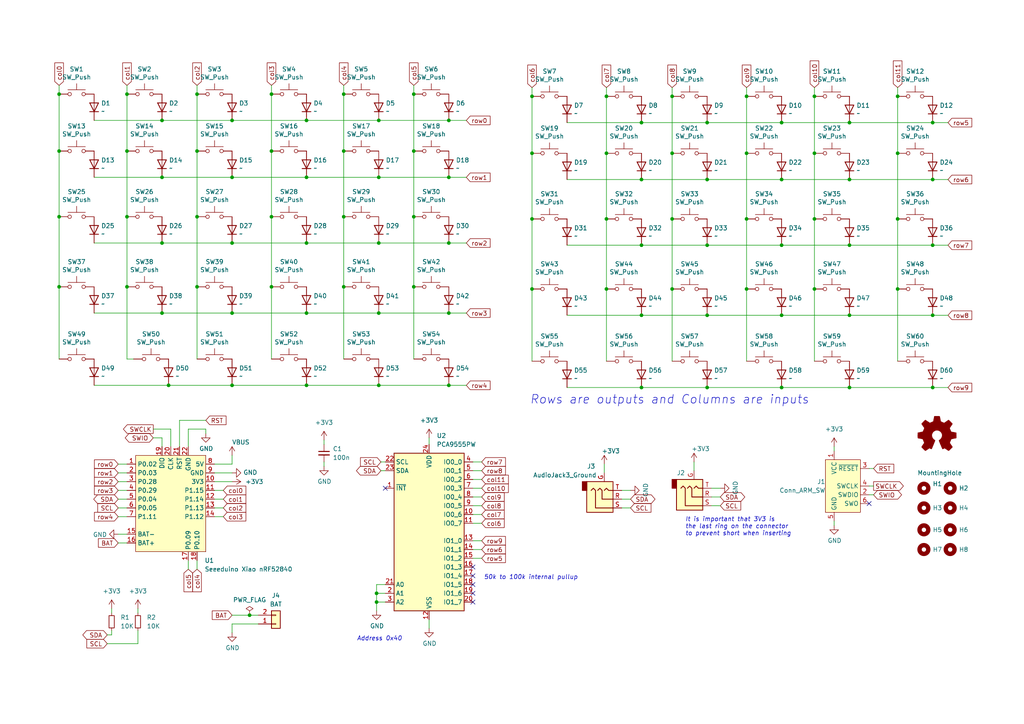
<source format=kicad_sch>
(kicad_sch (version 20230121) (generator eeschema)
  (paper "A4")
  (title_block (title "basic60") (date "2023-12-20") (rev "0.1") (company "github.com/LDAB"))
  (junction (at 57.15 43.815))
  (junction (at 36.83 43.815))
  (junction (at 99.695 43.815))
  (junction (at 67.31 90.805))
  (junction (at 175.895 83.82))
  (junction (at 260.35 63.5))
  (junction (at 205.105 112.395))
  (junction (at 109.855 51.435))
  (junction (at 260.35 44.45))
  (junction (at 109.855 70.485))
  (junction (at 130.175 51.435))
  (junction (at 270.51 91.44))
  (junction (at 36.83 83.185))
  (junction (at 194.945 27.94))
  (junction (at 130.175 90.805))
  (junction (at 226.695 52.07))
  (junction (at 78.74 83.185))
  (junction (at 246.38 52.07))
  (junction (at 46.99 70.485))
  (junction (at 154.305 63.5))
  (junction (at 88.9 111.76))
  (junction (at 48.895 111.76))
  (junction (at 270.51 71.12))
  (junction (at 67.31 34.925))
  (junction (at 186.055 112.395))
  (junction (at 236.22 44.45))
  (junction (at 130.175 70.485))
  (junction (at 67.31 111.76))
  (junction (at 226.695 112.395))
  (junction (at 216.535 44.45))
  (junction (at 130.175 111.76))
  (junction (at 154.305 83.82))
  (junction (at 260.35 27.94))
  (junction (at 88.9 70.485))
  (junction (at 88.9 51.435))
  (junction (at 88.9 90.805))
  (junction (at 17.145 62.865))
  (junction (at 226.695 71.12))
  (junction (at 216.535 83.82))
  (junction (at 120.015 43.815))
  (junction (at 154.305 44.45))
  (junction (at 154.305 27.94))
  (junction (at 109.855 111.76))
  (junction (at 246.38 112.395))
  (junction (at 17.145 43.815))
  (junction (at 270.51 52.07))
  (junction (at 175.895 44.45))
  (junction (at 46.99 51.435))
  (junction (at 205.105 35.56))
  (junction (at 46.99 90.805))
  (junction (at 205.105 52.07))
  (junction (at 194.945 44.45))
  (junction (at 99.695 62.865))
  (junction (at 17.145 83.185))
  (junction (at 216.535 63.5))
  (junction (at 120.015 83.185))
  (junction (at 186.055 35.56))
  (junction (at 175.895 63.5))
  (junction (at 270.51 35.56))
  (junction (at 67.31 70.485))
  (junction (at 120.015 27.305))
  (junction (at 67.31 51.435))
  (junction (at 226.695 35.56))
  (junction (at 236.22 83.82))
  (junction (at 36.83 62.865))
  (junction (at 186.055 91.44))
  (junction (at 205.105 91.44))
  (junction (at 236.22 27.94))
  (junction (at 120.015 62.865))
  (junction (at 194.945 63.5))
  (junction (at 226.695 91.44))
  (junction (at 78.74 27.305))
  (junction (at 109.855 90.805))
  (junction (at 99.695 83.185))
  (junction (at 99.695 27.305))
  (junction (at 36.83 27.305))
  (junction (at 194.945 83.82))
  (junction (at 186.055 52.07))
  (junction (at 270.51 112.395))
  (junction (at 17.145 27.305))
  (junction (at 109.22 172.085))
  (junction (at 246.38 91.44))
  (junction (at 246.38 71.12))
  (junction (at 260.35 83.82))
  (junction (at 109.22 174.625))
  (junction (at 109.855 34.925))
  (junction (at 72.39 178.435))
  (junction (at 78.74 62.865))
  (junction (at 57.15 83.185))
  (junction (at 175.895 27.94))
  (junction (at 216.535 27.94))
  (junction (at 46.99 34.925))
  (junction (at 205.105 71.12))
  (junction (at 57.15 27.305))
  (junction (at 186.055 71.12))
  (junction (at 130.175 34.925))
  (junction (at 88.9 34.925))
  (junction (at 246.38 35.56))
  (junction (at 78.74 43.815))
  (junction (at 236.22 63.5))
  (junction (at 57.15 62.865))
  (no_connect (at 137.16 169.545))
  (no_connect (at 137.16 172.085))
  (no_connect (at 137.16 164.465))
  (no_connect (at 137.16 174.625))
  (no_connect (at 137.16 167.005))
  (no_connect (at 111.76 141.605))
  (no_connect (at 252.095 146.05))
  (wire (pts (xy 49.53 124.46) (xy 49.53 129.54)))
  (wire (pts (xy 27.305 34.925) (xy 46.99 34.925)))
  (wire (pts (xy 216.535 83.82) (xy 216.535 104.775)))
  (wire (pts (xy 137.16 144.145) (xy 139.7 144.145)))
  (wire (pts (xy 252.095 143.51) (xy 253.365 143.51)))
  (wire (pts (xy 252.095 135.89) (xy 253.365 135.89)))
  (wire (pts (xy 270.51 52.07) (xy 274.955 52.07)))
  (wire (pts (xy 67.31 111.76) (xy 88.9 111.76)))
  (wire (pts (xy 137.16 146.685) (xy 139.7 146.685)))
  (wire (pts (xy 175.26 134.62) (xy 175.26 137.16)))
  (wire (pts (xy 34.29 142.24) (xy 36.83 142.24)))
  (wire (pts (xy 241.935 151.13) (xy 241.935 152.4)))
  (wire (pts (xy 175.895 25.4) (xy 175.895 27.94)))
  (wire (pts (xy 17.145 27.305) (xy 17.145 43.815)))
  (wire (pts (xy 46.99 90.805) (xy 67.31 90.805)))
  (wire (pts (xy 62.23 144.78) (xy 64.77 144.78)))
  (wire (pts (xy 57.15 62.865) (xy 57.15 83.185)))
  (wire (pts (xy 72.39 178.435) (xy 74.93 178.435)))
  (wire (pts (xy 236.22 25.4) (xy 236.22 27.94)))
  (wire (pts (xy 175.895 83.82) (xy 175.895 104.775)))
  (wire (pts (xy 206.375 146.685) (xy 208.915 146.685)))
  (wire (pts (xy 137.16 149.225) (xy 139.7 149.225)))
  (wire (pts (xy 154.305 63.5) (xy 154.305 83.82)))
  (wire (pts (xy 17.145 62.865) (xy 17.145 83.185)))
  (wire (pts (xy 137.16 159.385) (xy 139.7 159.385)))
  (wire (pts (xy 164.465 71.12) (xy 186.055 71.12)))
  (wire (pts (xy 59.69 121.92) (xy 52.07 121.92)))
  (wire (pts (xy 54.61 129.54) (xy 54.61 124.46)))
  (wire (pts (xy 154.305 25.4) (xy 154.305 27.94)))
  (wire (pts (xy 34.29 154.94) (xy 36.83 154.94)))
  (wire (pts (xy 54.61 162.56) (xy 54.61 165.1)))
  (wire (pts (xy 40.005 176.53) (xy 40.005 177.8)))
  (wire (pts (xy 109.22 172.085) (xy 111.76 172.085)))
  (wire (pts (xy 57.15 27.305) (xy 57.15 43.815)))
  (wire (pts (xy 88.9 34.925) (xy 109.855 34.925)))
  (wire (pts (xy 130.175 111.76) (xy 135.255 111.76)))
  (wire (pts (xy 34.29 157.48) (xy 36.83 157.48)))
  (wire (pts (xy 36.83 62.865) (xy 36.83 83.185)))
  (wire (pts (xy 120.015 62.865) (xy 120.015 83.185)))
  (wire (pts (xy 137.16 136.525) (xy 139.7 136.525)))
  (wire (pts (xy 99.695 27.305) (xy 99.695 43.815)))
  (wire (pts (xy 154.305 27.94) (xy 154.305 44.45)))
  (wire (pts (xy 44.45 124.46) (xy 49.53 124.46)))
  (wire (pts (xy 110.49 133.985) (xy 111.76 133.985)))
  (wire (pts (xy 205.105 52.07) (xy 226.695 52.07)))
  (wire (pts (xy 78.74 24.765) (xy 78.74 27.305)))
  (wire (pts (xy 57.15 83.185) (xy 57.15 104.14)))
  (wire (pts (xy 46.99 127) (xy 46.99 129.54)))
  (wire (pts (xy 236.22 83.82) (xy 236.22 104.775)))
  (wire (pts (xy 175.895 27.94) (xy 175.895 44.45)))
  (wire (pts (xy 194.945 27.94) (xy 194.945 44.45)))
  (wire (pts (xy 206.375 141.605) (xy 208.915 141.605)))
  (wire (pts (xy 124.46 127) (xy 124.46 128.905)))
  (wire (pts (xy 27.305 70.485) (xy 46.99 70.485)))
  (wire (pts (xy 194.945 83.82) (xy 194.945 104.775)))
  (wire (pts (xy 34.29 147.32) (xy 36.83 147.32)))
  (wire (pts (xy 236.22 44.45) (xy 236.22 63.5)))
  (wire (pts (xy 246.38 112.395) (xy 270.51 112.395)))
  (wire (pts (xy 40.005 186.69) (xy 40.005 182.88)))
  (wire (pts (xy 93.98 127.635) (xy 93.98 128.905)))
  (wire (pts (xy 88.9 90.805) (xy 109.855 90.805)))
  (wire (pts (xy 260.35 44.45) (xy 260.35 63.5)))
  (wire (pts (xy 17.145 24.765) (xy 17.145 27.305)))
  (wire (pts (xy 270.51 35.56) (xy 274.955 35.56)))
  (wire (pts (xy 164.465 91.44) (xy 186.055 91.44)))
  (wire (pts (xy 175.895 63.5) (xy 175.895 83.82)))
  (wire (pts (xy 44.45 127) (xy 46.99 127)))
  (wire (pts (xy 130.175 90.805) (xy 135.255 90.805)))
  (wire (pts (xy 27.305 111.76) (xy 48.895 111.76)))
  (wire (pts (xy 236.22 63.5) (xy 236.22 83.82)))
  (wire (pts (xy 78.74 83.185) (xy 78.74 104.14)))
  (wire (pts (xy 137.16 161.925) (xy 139.7 161.925)))
  (wire (pts (xy 67.31 90.805) (xy 88.9 90.805)))
  (wire (pts (xy 110.49 136.525) (xy 111.76 136.525)))
  (wire (pts (xy 67.31 70.485) (xy 88.9 70.485)))
  (wire (pts (xy 38.735 104.14) (xy 36.83 104.14)))
  (wire (pts (xy 180.34 147.32) (xy 182.88 147.32)))
  (wire (pts (xy 62.23 142.24) (xy 64.77 142.24)))
  (wire (pts (xy 67.31 134.62) (xy 67.31 132.08)))
  (wire (pts (xy 205.105 91.44) (xy 226.695 91.44)))
  (wire (pts (xy 109.22 177.165) (xy 109.22 174.625)))
  (wire (pts (xy 88.9 111.76) (xy 109.855 111.76)))
  (wire (pts (xy 270.51 112.395) (xy 274.955 112.395)))
  (wire (pts (xy 260.35 25.4) (xy 260.35 27.94)))
  (wire (pts (xy 246.38 35.56) (xy 270.51 35.56)))
  (wire (pts (xy 46.99 70.485) (xy 67.31 70.485)))
  (wire (pts (xy 194.945 44.45) (xy 194.945 63.5)))
  (wire (pts (xy 34.29 144.78) (xy 36.83 144.78)))
  (wire (pts (xy 186.055 52.07) (xy 205.105 52.07)))
  (wire (pts (xy 137.16 139.065) (xy 139.7 139.065)))
  (wire (pts (xy 78.74 27.305) (xy 78.74 43.815)))
  (wire (pts (xy 226.695 35.56) (xy 246.38 35.56)))
  (wire (pts (xy 99.695 83.185) (xy 99.695 104.14)))
  (wire (pts (xy 216.535 63.5) (xy 216.535 83.82)))
  (wire (pts (xy 109.855 70.485) (xy 130.175 70.485)))
  (wire (pts (xy 186.055 91.44) (xy 205.105 91.44)))
  (wire (pts (xy 260.35 63.5) (xy 260.35 83.82)))
  (wire (pts (xy 201.295 133.985) (xy 201.295 136.525)))
  (wire (pts (xy 164.465 112.395) (xy 186.055 112.395)))
  (wire (pts (xy 34.29 137.16) (xy 36.83 137.16)))
  (wire (pts (xy 120.015 83.185) (xy 120.015 104.14)))
  (wire (pts (xy 246.38 71.12) (xy 270.51 71.12)))
  (wire (pts (xy 226.695 71.12) (xy 246.38 71.12)))
  (wire (pts (xy 57.15 24.765) (xy 57.15 27.305)))
  (wire (pts (xy 226.695 91.44) (xy 246.38 91.44)))
  (wire (pts (xy 205.105 71.12) (xy 226.695 71.12)))
  (wire (pts (xy 164.465 35.56) (xy 186.055 35.56)))
  (wire (pts (xy 78.74 43.815) (xy 78.74 62.865)))
  (wire (pts (xy 137.16 156.845) (xy 139.7 156.845)))
  (wire (pts (xy 67.31 183.515) (xy 67.31 180.975)))
  (wire (pts (xy 109.855 34.925) (xy 130.175 34.925)))
  (wire (pts (xy 270.51 71.12) (xy 274.955 71.12)))
  (wire (pts (xy 154.305 44.45) (xy 154.305 63.5)))
  (wire (pts (xy 226.695 52.07) (xy 246.38 52.07)))
  (wire (pts (xy 48.895 111.76) (xy 67.31 111.76)))
  (wire (pts (xy 27.305 90.805) (xy 46.99 90.805)))
  (wire (pts (xy 31.115 184.15) (xy 32.385 184.15)))
  (wire (pts (xy 99.695 43.815) (xy 99.695 62.865)))
  (wire (pts (xy 180.34 144.78) (xy 182.88 144.78)))
  (wire (pts (xy 154.305 83.82) (xy 154.305 104.775)))
  (wire (pts (xy 130.175 70.485) (xy 135.255 70.485)))
  (wire (pts (xy 67.31 34.925) (xy 88.9 34.925)))
  (wire (pts (xy 57.15 162.56) (xy 57.15 165.1)))
  (wire (pts (xy 226.695 112.395) (xy 246.38 112.395)))
  (wire (pts (xy 260.35 27.94) (xy 260.35 44.45)))
  (wire (pts (xy 109.22 174.625) (xy 111.76 174.625)))
  (wire (pts (xy 109.22 172.085) (xy 109.22 169.545)))
  (wire (pts (xy 109.22 174.625) (xy 109.22 172.085)))
  (wire (pts (xy 206.375 144.145) (xy 208.915 144.145)))
  (wire (pts (xy 186.055 35.56) (xy 205.105 35.56)))
  (wire (pts (xy 32.385 176.53) (xy 32.385 177.8)))
  (wire (pts (xy 130.175 51.435) (xy 135.255 51.435)))
  (wire (pts (xy 62.23 139.7) (xy 67.31 139.7)))
  (wire (pts (xy 67.31 51.435) (xy 88.9 51.435)))
  (wire (pts (xy 260.35 83.82) (xy 260.35 104.775)))
  (wire (pts (xy 120.015 43.815) (xy 120.015 62.865)))
  (wire (pts (xy 175.895 44.45) (xy 175.895 63.5)))
  (wire (pts (xy 120.015 27.305) (xy 120.015 43.815)))
  (wire (pts (xy 78.74 62.865) (xy 78.74 83.185)))
  (wire (pts (xy 186.055 112.395) (xy 205.105 112.395)))
  (wire (pts (xy 34.29 149.86) (xy 36.83 149.86)))
  (wire (pts (xy 109.22 169.545) (xy 111.76 169.545)))
  (wire (pts (xy 34.29 139.7) (xy 36.83 139.7)))
  (wire (pts (xy 54.61 124.46) (xy 59.69 124.46)))
  (wire (pts (xy 59.69 124.46) (xy 59.69 125.73)))
  (wire (pts (xy 99.695 62.865) (xy 99.695 83.185)))
  (wire (pts (xy 241.935 129.54) (xy 241.935 130.81)))
  (wire (pts (xy 270.51 91.44) (xy 274.955 91.44)))
  (wire (pts (xy 180.34 142.24) (xy 182.88 142.24)))
  (wire (pts (xy 67.31 180.975) (xy 74.93 180.975)))
  (wire (pts (xy 124.46 179.705) (xy 124.46 182.245)))
  (wire (pts (xy 62.23 149.86) (xy 64.77 149.86)))
  (wire (pts (xy 246.38 52.07) (xy 270.51 52.07)))
  (wire (pts (xy 120.015 24.765) (xy 120.015 27.305)))
  (wire (pts (xy 205.105 35.56) (xy 226.695 35.56)))
  (wire (pts (xy 216.535 27.94) (xy 216.535 44.45)))
  (wire (pts (xy 62.23 147.32) (xy 64.77 147.32)))
  (wire (pts (xy 34.29 134.62) (xy 36.83 134.62)))
  (wire (pts (xy 109.855 90.805) (xy 130.175 90.805)))
  (wire (pts (xy 57.15 43.815) (xy 57.15 62.865)))
  (wire (pts (xy 62.23 134.62) (xy 67.31 134.62)))
  (wire (pts (xy 246.38 91.44) (xy 270.51 91.44)))
  (wire (pts (xy 99.695 24.765) (xy 99.695 27.305)))
  (wire (pts (xy 186.055 71.12) (xy 205.105 71.12)))
  (wire (pts (xy 194.945 25.4) (xy 194.945 27.94)))
  (wire (pts (xy 46.99 34.925) (xy 67.31 34.925)))
  (wire (pts (xy 17.145 83.185) (xy 17.145 104.14)))
  (wire (pts (xy 52.07 121.92) (xy 52.07 129.54)))
  (wire (pts (xy 137.16 141.605) (xy 139.7 141.605)))
  (wire (pts (xy 88.9 51.435) (xy 109.855 51.435)))
  (wire (pts (xy 88.9 70.485) (xy 109.855 70.485)))
  (wire (pts (xy 17.145 43.815) (xy 17.145 62.865)))
  (wire (pts (xy 137.16 133.985) (xy 139.7 133.985)))
  (wire (pts (xy 216.535 25.4) (xy 216.535 27.94)))
  (wire (pts (xy 27.305 51.435) (xy 46.99 51.435)))
  (wire (pts (xy 32.385 184.15) (xy 32.385 182.88)))
  (wire (pts (xy 93.98 133.985) (xy 93.98 135.255)))
  (wire (pts (xy 46.99 51.435) (xy 67.31 51.435)))
  (wire (pts (xy 62.23 137.16) (xy 67.31 137.16)))
  (wire (pts (xy 194.945 63.5) (xy 194.945 83.82)))
  (wire (pts (xy 36.83 104.14) (xy 36.83 83.185)))
  (wire (pts (xy 164.465 52.07) (xy 186.055 52.07)))
  (wire (pts (xy 109.855 111.76) (xy 130.175 111.76)))
  (wire (pts (xy 137.16 151.765) (xy 139.7 151.765)))
  (wire (pts (xy 31.115 186.69) (xy 40.005 186.69)))
  (wire (pts (xy 67.31 178.435) (xy 72.39 178.435)))
  (wire (pts (xy 130.175 34.925) (xy 135.255 34.925)))
  (wire (pts (xy 205.105 112.395) (xy 226.695 112.395)))
  (wire (pts (xy 36.83 27.305) (xy 36.83 43.815)))
  (wire (pts (xy 109.855 51.435) (xy 130.175 51.435)))
  (wire (pts (xy 236.22 27.94) (xy 236.22 44.45)))
  (wire (pts (xy 216.535 44.45) (xy 216.535 63.5)))
  (wire (pts (xy 36.83 43.815) (xy 36.83 62.865)))
  (wire (pts (xy 36.83 24.765) (xy 36.83 27.305)))
  (wire (pts (xy 252.095 140.97) (xy 253.365 140.97)))
  (text "It is important that 3V3 is\nthe last ring on the connector\nto prevent short when inserting" (at 198.755 155.575 0) (effects (font (size 1.27 1.27) italic) (justify left bottom)))
  (text "Address 0x40" (at 103.505 186.055 0) (effects (font (size 1.27 1.27) italic) (justify left bottom)))
  (text "50k to 100k internal pullup" (at 140.335 168.275 0) (effects (font (size 1.27 1.27) italic) (justify left bottom)))
  (text "Rows are outputs and Columns are inputs" (at 153.67 117.475 0) (effects (font (size 2.5 2.5) italic) (justify left bottom)))
  (global_label "col6" (shape input) (at 139.7 151.765 0) (property "Intersheetrefs" "${INTERSHEET_REFS}" (effects hide)))
  (global_label "col0" (shape input) (at 64.77 142.24 0) (property "Intersheetrefs" "${INTERSHEET_REFS}" (effects hide)))
  (global_label "col2" (shape input) (at 64.77 147.32 0) (property "Intersheetrefs" "${INTERSHEET_REFS}" (effects hide)))
  (global_label "row6" (shape input) (at 274.9549 52.07 0) (property "Intersheetrefs" "${INTERSHEET_REFS}" (effects hide)))
  (global_label "col8" (shape input) (at 139.7 146.685 0) (property "Intersheetrefs" "${INTERSHEET_REFS}" (effects hide)))
  (global_label "col4" (shape input) (at 57.15 165.1 270) (property "Intersheetrefs" "${INTERSHEET_REFS}" (effects hide)))
  (global_label "col9" (shape input) (at 216.535 25.4 90) (property "Intersheetrefs" "${INTERSHEET_REFS}" (effects hide)))
  (global_label "col3" (shape input) (at 64.77 149.86 0) (property "Intersheetrefs" "${INTERSHEET_REFS}" (effects hide)))
  (global_label "col7" (shape input) (at 175.895 25.4 90) (property "Intersheetrefs" "${INTERSHEET_REFS}" (effects hide)))
  (global_label "SDA" (shape bidirectional) (at 110.49 136.525 180) (property "Intersheetrefs" "${INTERSHEET_REFS}" (effects hide)))
  (global_label "SWCLK" (shape output) (at 44.45 124.46 180) (property "Intersheetrefs" "${INTERSHEET_REFS}" (effects hide)))
  (global_label "SDA" (shape bidirectional) (at 208.915 144.145 0) (property "Intersheetrefs" "${INTERSHEET_REFS}" (effects hide)))
  (global_label "row0" (shape input) (at 34.29 134.62 180) (property "Intersheetrefs" "${INTERSHEET_REFS}" (effects hide)))
  (global_label "row4" (shape input) (at 34.29 149.86 180) (property "Intersheetrefs" "${INTERSHEET_REFS}" (effects hide)))
  (global_label "col1" (shape input) (at 36.83 24.765 90) (property "Intersheetrefs" "${INTERSHEET_REFS}" (effects hide)))
  (global_label "row8" (shape input) (at 274.955 91.44 0) (property "Intersheetrefs" "${INTERSHEET_REFS}" (effects hide)))
  (global_label "RST" (shape input) (at 253.365 135.89 0) (property "Intersheetrefs" "${INTERSHEET_REFS}" (effects hide)))
  (global_label "col8" (shape input) (at 194.945 25.4 90) (property "Intersheetrefs" "${INTERSHEET_REFS}" (effects hide)))
  (global_label "row3" (shape input) (at 34.29 142.24 180) (property "Intersheetrefs" "${INTERSHEET_REFS}" (effects hide)))
  (global_label "row1" (shape input) (at 135.255 51.435 0) (property "Intersheetrefs" "${INTERSHEET_REFS}" (effects hide)))
  (global_label "row3" (shape input) (at 135.255 90.805 0) (property "Intersheetrefs" "${INTERSHEET_REFS}" (effects hide)))
  (global_label "row2" (shape input) (at 34.29 139.7 180) (property "Intersheetrefs" "${INTERSHEET_REFS}" (effects hide)))
  (global_label "SDA" (shape bidirectional) (at 182.88 144.78 0) (property "Intersheetrefs" "${INTERSHEET_REFS}" (effects hide)))
  (global_label "SCL" (shape input) (at 31.115 186.69 180) (property "Intersheetrefs" "${INTERSHEET_REFS}" (effects hide)))
  (global_label "row1" (shape input) (at 34.29 137.16 180) (property "Intersheetrefs" "${INTERSHEET_REFS}" (effects hide)))
  (global_label "SDA" (shape bidirectional) (at 34.29 144.78 180) (property "Intersheetrefs" "${INTERSHEET_REFS}" (effects hide)))
  (global_label "col4" (shape input) (at 99.695 24.765 90) (property "Intersheetrefs" "${INTERSHEET_REFS}" (effects hide)))
  (global_label "row7" (shape input) (at 274.955 71.12 0) (property "Intersheetrefs" "${INTERSHEET_REFS}" (effects hide)))
  (global_label "row2" (shape input) (at 135.255 70.485 0) (property "Intersheetrefs" "${INTERSHEET_REFS}" (effects hide)))
  (global_label "col11" (shape input) (at 139.7 139.065 0) (property "Intersheetrefs" "${INTERSHEET_REFS}" (effects hide)))
  (global_label "row5" (shape input) (at 139.7 161.925 0) (property "Intersheetrefs" "${INTERSHEET_REFS}" (effects hide)))
  (global_label "col0" (shape input) (at 17.145 24.765 90) (property "Intersheetrefs" "${INTERSHEET_REFS}" (effects hide)))
  (global_label "row4" (shape input) (at 135.255 111.76 0) (property "Intersheetrefs" "${INTERSHEET_REFS}" (effects hide)))
  (global_label "SCL" (shape input) (at 34.29 147.32 180) (property "Intersheetrefs" "${INTERSHEET_REFS}" (effects hide)))
  (global_label "row7" (shape input) (at 139.7 133.985 0) (property "Intersheetrefs" "${INTERSHEET_REFS}" (effects hide)))
  (global_label "SCL" (shape input) (at 182.88 147.32 0) (property "Intersheetrefs" "${INTERSHEET_REFS}" (effects hide)))
  (global_label "SCL" (shape input) (at 208.915 146.685 0) (property "Intersheetrefs" "${INTERSHEET_REFS}" (effects hide)))
  (global_label "col11" (shape input) (at 260.35 25.4 90) (property "Intersheetrefs" "${INTERSHEET_REFS}" (effects hide)))
  (global_label "RST" (shape input) (at 59.69 121.92 0) (property "Intersheetrefs" "${INTERSHEET_REFS}" (effects hide)))
  (global_label "row9" (shape input) (at 139.7 156.845 0) (property "Intersheetrefs" "${INTERSHEET_REFS}" (effects hide)))
  (global_label "row0" (shape input) (at 135.255 34.925 0) (property "Intersheetrefs" "${INTERSHEET_REFS}" (effects hide)))
  (global_label "col2" (shape input) (at 57.15 24.765 90) (property "Intersheetrefs" "${INTERSHEET_REFS}" (effects hide)))
  (global_label "col9" (shape input) (at 139.7 144.145 0) (property "Intersheetrefs" "${INTERSHEET_REFS}" (effects hide)))
  (global_label "col5" (shape input) (at 54.61 165.1 270) (property "Intersheetrefs" "${INTERSHEET_REFS}" (effects hide)))
  (global_label "col6" (shape input) (at 154.305 25.4 90) (property "Intersheetrefs" "${INTERSHEET_REFS}" (effects hide)))
  (global_label "SWIO" (shape bidirectional) (at 44.45 127 180) (property "Intersheetrefs" "${INTERSHEET_REFS}" (effects hide)))
  (global_label "col10" (shape input) (at 139.7 141.605 0) (property "Intersheetrefs" "${INTERSHEET_REFS}" (effects hide)))
  (global_label "row9" (shape input) (at 274.955 112.395 0) (property "Intersheetrefs" "${INTERSHEET_REFS}" (effects hide)))
  (global_label "row6" (shape input) (at 139.7 159.385 0) (property "Intersheetrefs" "${INTERSHEET_REFS}" (effects hide)))
  (global_label "col7" (shape input) (at 139.7 149.225 0) (property "Intersheetrefs" "${INTERSHEET_REFS}" (effects hide)))
  (global_label "SDA" (shape bidirectional) (at 31.115 184.15 180) (property "Intersheetrefs" "${INTERSHEET_REFS}" (effects hide)))
  (global_label "col5" (shape input) (at 120.015 24.765 90) (property "Intersheetrefs" "${INTERSHEET_REFS}" (effects hide)))
  (global_label "row8" (shape input) (at 139.7 136.525 0) (property "Intersheetrefs" "${INTERSHEET_REFS}" (effects hide)))
  (global_label "col10" (shape input) (at 236.22 25.4 90) (property "Intersheetrefs" "${INTERSHEET_REFS}" (effects hide)))
  (global_label "row5" (shape input) (at 274.955 35.56 0) (property "Intersheetrefs" "${INTERSHEET_REFS}" (effects hide)))
  (global_label "SCL" (shape input) (at 110.49 133.985 180) (property "Intersheetrefs" "${INTERSHEET_REFS}" (effects hide)))
  (global_label "SWCLK" (shape output) (at 253.365 140.97 0) (property "Intersheetrefs" "${INTERSHEET_REFS}" (effects hide)))
  (global_label "col1" (shape input) (at 64.77 144.78 0) (property "Intersheetrefs" "${INTERSHEET_REFS}" (effects hide)))
  (global_label "BAT" (shape input) (at 34.29 157.48 180) (property "Intersheetrefs" "${INTERSHEET_REFS}" (effects hide)))
  (global_label "BAT" (shape input) (at 67.31 178.435 180) (property "Intersheetrefs" "${INTERSHEET_REFS}" (effects hide)))
  (global_label "SWIO" (shape bidirectional) (at 253.365 143.51 0) (property "Intersheetrefs" "${INTERSHEET_REFS}" (effects hide)))
  (global_label "col3" (shape input) (at 78.74 24.765 90) (property "Intersheetrefs" "${INTERSHEET_REFS}" (effects hide)))
  (symbol (lib_id "power:GND") (at 67.31 137.16 90) (unit 1)
    (property "Reference" "#PWR09" (effects hide))
    (property "Value" "GND" (at 70.5612 137.033 90) (effects (justify right)))
  )
  (symbol (lib_id "Switch:SW_Push") (at 22.225 43.815 0) (unit 1)
    (property "Reference" "SW13" (at 22.225 36.576 0))
    (property "Value" "SW_Push" (at 22.225 38.8874 0))
    (property "Footprint" "PCM_marbastlib-choc:SW_choc_v1_HS_1u" (effects hide))
  )
  (symbol (lib_id "Diode:1N4148W") (at 27.305 47.625 90) (unit 1)
    (property "Reference" "D13" (at 29.337 46.4566 90) (effects (justify right)))
    (property "Value" "~" (at 29.337 48.768 90) (effects (justify right)))
    (property "Footprint" "Diode_SMD:D_SOD-123" (effects hide))
    (property "Datasheet" "https://www.vishay.com/docs/85748/1n4148w.pdf" (effects hide))
    (property "Sim.Device" "D" (effects hide))
    (property "Sim.Pins" "1=K 2=A" (effects hide))
  )
  (symbol (lib_id "Diode:1N4148W") (at 164.465 48.26 90) (unit 1)
    (property "Reference" "D19" (at 166.497 47.0916 90) (effects (justify right)))
    (property "Value" "~" (at 166.497 49.403 90) (effects (justify right)))
    (property "Footprint" "Diode_SMD:D_SOD-123" (effects hide))
    (property "Datasheet" "https://www.vishay.com/docs/85748/1n4148w.pdf" (effects hide))
    (property "Sim.Device" "D" (effects hide))
    (property "Sim.Pins" "1=K 2=A" (effects hide))
  )
  (symbol (lib_id "Switch:SW_Push") (at 159.385 44.45 0) (unit 1)
    (property "Reference" "SW19" (at 159.385 37.211 0))
    (property "Value" "SW_Push" (at 159.385 39.5224 0))
    (property "Footprint" "PCM_marbastlib-choc:SW_choc_v1_HS_1u" (effects hide))
  )
  (symbol (lib_id "Diode:1N4148W") (at 46.99 47.625 90) (unit 1)
    (property "Reference" "D14" (at 49.022 46.4566 90) (effects (justify right)))
    (property "Value" "~" (at 49.022 48.768 90) (effects (justify right)))
    (property "Footprint" "Diode_SMD:D_SOD-123" (effects hide))
    (property "Datasheet" "https://www.vishay.com/docs/85748/1n4148w.pdf" (effects hide))
    (property "Sim.Device" "D" (effects hide))
    (property "Sim.Pins" "1=K 2=A" (effects hide))
  )
  (symbol (lib_id "Switch:SW_Push") (at 41.91 43.815 0) (unit 1)
    (property "Reference" "SW14" (at 41.91 36.576 0))
    (property "Value" "SW_Push" (at 41.91 38.8874 0))
    (property "Footprint" "PCM_marbastlib-choc:SW_choc_v1_HS_1u" (effects hide))
  )
  (symbol (lib_id "Diode:1N4148W") (at 186.055 48.26 90) (unit 1)
    (property "Reference" "D20" (at 188.087 47.0916 90) (effects (justify right)))
    (property "Value" "~" (at 188.087 49.403 90) (effects (justify right)))
    (property "Footprint" "Diode_SMD:D_SOD-123" (effects hide))
    (property "Datasheet" "https://www.vishay.com/docs/85748/1n4148w.pdf" (effects hide))
    (property "Sim.Device" "D" (effects hide))
    (property "Sim.Pins" "1=K 2=A" (effects hide))
  )
  (symbol (lib_id "Switch:SW_Push") (at 180.975 44.45 0) (unit 1)
    (property "Reference" "SW20" (at 180.975 37.211 0))
    (property "Value" "SW_Push" (at 180.975 39.5224 0))
    (property "Footprint" "PCM_marbastlib-choc:SW_choc_v1_HS_1u" (effects hide))
  )
  (symbol (lib_id "Diode:1N4148W") (at 27.305 66.675 90) (unit 1)
    (property "Reference" "D25" (at 29.337 65.5066 90) (effects (justify right)))
    (property "Value" "~" (at 29.337 67.818 90) (effects (justify right)))
    (property "Footprint" "Diode_SMD:D_SOD-123" (effects hide))
    (property "Datasheet" "https://www.vishay.com/docs/85748/1n4148w.pdf" (effects hide))
    (property "Sim.Device" "D" (effects hide))
    (property "Sim.Pins" "1=K 2=A" (effects hide))
  )
  (symbol (lib_id "Switch:SW_Push") (at 22.225 62.865 0) (unit 1)
    (property "Reference" "SW25" (at 22.225 55.626 0))
    (property "Value" "SW_Push" (at 22.225 57.9374 0))
    (property "Footprint" "PCM_marbastlib-choc:SW_choc_v1_HS_1u" (effects hide))
  )
  (symbol (lib_id "Diode:1N4148W") (at 164.465 67.31 90) (unit 1)
    (property "Reference" "D31" (at 166.497 66.1416 90) (effects (justify right)))
    (property "Value" "~" (at 166.497 68.453 90) (effects (justify right)))
    (property "Footprint" "Diode_SMD:D_SOD-123" (effects hide))
    (property "Datasheet" "https://www.vishay.com/docs/85748/1n4148w.pdf" (effects hide))
    (property "Sim.Device" "D" (effects hide))
    (property "Sim.Pins" "1=K 2=A" (effects hide))
  )
  (symbol (lib_id "Switch:SW_Push") (at 159.385 63.5 0) (unit 1)
    (property "Reference" "SW31" (at 159.385 56.261 0))
    (property "Value" "SW_Push" (at 159.385 58.5724 0))
    (property "Footprint" "PCM_marbastlib-choc:SW_choc_v1_HS_1u" (effects hide))
  )
  (symbol (lib_id "Diode:1N4148W") (at 46.99 66.675 90) (unit 1)
    (property "Reference" "D26" (at 49.022 65.5066 90) (effects (justify right)))
    (property "Value" "~" (at 49.022 67.818 90) (effects (justify right)))
    (property "Footprint" "Diode_SMD:D_SOD-123" (effects hide))
    (property "Datasheet" "https://www.vishay.com/docs/85748/1n4148w.pdf" (effects hide))
    (property "Sim.Device" "D" (effects hide))
    (property "Sim.Pins" "1=K 2=A" (effects hide))
  )
  (symbol (lib_id "Switch:SW_Push") (at 41.91 62.865 0) (unit 1)
    (property "Reference" "SW26" (at 41.91 55.626 0))
    (property "Value" "SW_Push" (at 41.91 57.9374 0))
    (property "Footprint" "PCM_marbastlib-choc:SW_choc_v1_HS_1u" (effects hide))
  )
  (symbol (lib_id "Diode:1N4148W") (at 186.055 67.31 90) (unit 1)
    (property "Reference" "D32" (at 188.087 66.1416 90) (effects (justify right)))
    (property "Value" "~" (at 188.087 68.453 90) (effects (justify right)))
    (property "Footprint" "Diode_SMD:D_SOD-123" (effects hide))
    (property "Datasheet" "https://www.vishay.com/docs/85748/1n4148w.pdf" (effects hide))
    (property "Sim.Device" "D" (effects hide))
    (property "Sim.Pins" "1=K 2=A" (effects hide))
  )
  (symbol (lib_id "Switch:SW_Push") (at 180.975 63.5 0) (unit 1)
    (property "Reference" "SW32" (at 180.975 56.261 0))
    (property "Value" "SW_Push" (at 180.975 58.5724 0))
    (property "Footprint" "PCM_marbastlib-choc:SW_choc_v1_HS_1u" (effects hide))
  )
  (symbol (lib_id "Diode:1N4148W") (at 27.305 86.995 90) (unit 1)
    (property "Reference" "D37" (at 29.337 85.8266 90) (effects (justify right)))
    (property "Value" "~" (at 29.337 88.138 90) (effects (justify right)))
    (property "Footprint" "Diode_SMD:D_SOD-123" (effects hide))
    (property "Datasheet" "https://www.vishay.com/docs/85748/1n4148w.pdf" (effects hide))
    (property "Sim.Device" "D" (effects hide))
    (property "Sim.Pins" "1=K 2=A" (effects hide))
  )
  (symbol (lib_id "Switch:SW_Push") (at 22.225 83.185 0) (unit 1)
    (property "Reference" "SW37" (at 22.225 75.946 0))
    (property "Value" "SW_Push" (at 22.225 78.2574 0))
    (property "Footprint" "PCM_marbastlib-choc:SW_choc_v1_HS_1u" (effects hide))
  )
  (symbol (lib_id "Diode:1N4148W") (at 164.465 87.63 90) (unit 1)
    (property "Reference" "D43" (at 166.497 86.4616 90) (effects (justify right)))
    (property "Value" "~" (at 166.497 88.773 90) (effects (justify right)))
    (property "Footprint" "Diode_SMD:D_SOD-123" (effects hide))
    (property "Datasheet" "https://www.vishay.com/docs/85748/1n4148w.pdf" (effects hide))
    (property "Sim.Device" "D" (effects hide))
    (property "Sim.Pins" "1=K 2=A" (effects hide))
  )
  (symbol (lib_id "Switch:SW_Push") (at 159.385 83.82 0) (unit 1)
    (property "Reference" "SW43" (at 159.385 76.581 0))
    (property "Value" "SW_Push" (at 159.385 78.8924 0))
    (property "Footprint" "PCM_marbastlib-choc:SW_choc_v1_HS_1u" (effects hide))
  )
  (symbol (lib_id "Diode:1N4148W") (at 46.99 86.995 90) (unit 1)
    (property "Reference" "D38" (at 49.022 85.8266 90) (effects (justify right)))
    (property "Value" "~" (at 49.022 88.138 90) (effects (justify right)))
    (property "Footprint" "Diode_SMD:D_SOD-123" (effects hide))
    (property "Datasheet" "https://www.vishay.com/docs/85748/1n4148w.pdf" (effects hide))
    (property "Sim.Device" "D" (effects hide))
    (property "Sim.Pins" "1=K 2=A" (effects hide))
  )
  (symbol (lib_id "Switch:SW_Push") (at 41.91 83.185 0) (unit 1)
    (property "Reference" "SW38" (at 41.91 75.946 0))
    (property "Value" "SW_Push" (at 41.91 78.2574 0))
    (property "Footprint" "PCM_marbastlib-choc:SW_choc_v1_HS_1u" (effects hide))
  )
  (symbol (lib_id "Diode:1N4148W") (at 186.055 87.63 90) (unit 1)
    (property "Reference" "D44" (at 188.087 86.4616 90) (effects (justify right)))
    (property "Value" "~" (at 188.087 88.773 90) (effects (justify right)))
    (property "Footprint" "Diode_SMD:D_SOD-123" (effects hide))
    (property "Datasheet" "https://www.vishay.com/docs/85748/1n4148w.pdf" (effects hide))
    (property "Sim.Device" "D" (effects hide))
    (property "Sim.Pins" "1=K 2=A" (effects hide))
  )
  (symbol (lib_id "Switch:SW_Push") (at 180.975 83.82 0) (unit 1)
    (property "Reference" "SW44" (at 180.975 76.581 0))
    (property "Value" "SW_Push" (at 180.975 78.8924 0))
    (property "Footprint" "PCM_marbastlib-choc:SW_choc_v1_HS_1u" (effects hide))
  )
  (symbol (lib_id "Diode:1N4148W") (at 186.055 108.585 90) (unit 1)
    (property "Reference" "D56" (at 188.087 107.4166 90) (effects (justify right)))
    (property "Value" "~" (at 188.087 109.728 90) (effects (justify right)))
    (property "Footprint" "Diode_SMD:D_SOD-123" (effects hide))
    (property "Datasheet" "https://www.vishay.com/docs/85748/1n4148w.pdf" (effects hide))
    (property "Sim.Device" "D" (effects hide))
    (property "Sim.Pins" "1=K 2=A" (effects hide))
  )
  (symbol (lib_id "Switch:SW_Push") (at 180.975 104.775 0) (unit 1)
    (property "Reference" "SW56" (at 180.975 97.536 0))
    (property "Value" "SW_Push" (at 180.975 99.8474 0))
    (property "Footprint" "PCM_marbastlib-choc:SW_choc_v1_HS_1u" (effects hide))
  )
  (symbol (lib_id "Diode:1N4148W") (at 205.105 108.585 90) (unit 1)
    (property "Reference" "D57" (at 207.137 107.4166 90) (effects (justify right)))
    (property "Value" "~" (at 207.137 109.728 90) (effects (justify right)))
    (property "Footprint" "Diode_SMD:D_SOD-123" (effects hide))
    (property "Datasheet" "https://www.vishay.com/docs/85748/1n4148w.pdf" (effects hide))
    (property "Sim.Device" "D" (effects hide))
    (property "Sim.Pins" "1=K 2=A" (effects hide))
  )
  (symbol (lib_id "Switch:SW_Push") (at 200.025 104.775 0) (unit 1)
    (property "Reference" "SW57" (at 200.025 97.536 0))
    (property "Value" "SW_Push" (at 200.025 99.8474 0))
    (property "Footprint" "PCM_marbastlib-choc:SW_choc_v1_HS_1u" (effects hide))
  )
  (symbol (lib_id "Diode:1N4148W") (at 67.31 47.625 90) (unit 1)
    (property "Reference" "D15" (at 69.342 46.4566 90) (effects (justify right)))
    (property "Value" "~" (at 69.342 48.768 90) (effects (justify right)))
    (property "Footprint" "Diode_SMD:D_SOD-123" (effects hide))
    (property "Datasheet" "https://www.vishay.com/docs/85748/1n4148w.pdf" (effects hide))
    (property "Sim.Device" "D" (effects hide))
    (property "Sim.Pins" "1=K 2=A" (effects hide))
  )
  (symbol (lib_id "Switch:SW_Push") (at 62.23 43.815 0) (unit 1)
    (property "Reference" "SW15" (at 62.23 36.576 0))
    (property "Value" "SW_Push" (at 62.23 38.8874 0))
    (property "Footprint" "PCM_marbastlib-choc:SW_choc_v1_HS_1u" (effects hide))
  )
  (symbol (lib_id "Diode:1N4148W") (at 205.105 48.26 90) (unit 1)
    (property "Reference" "D21" (at 207.137 47.0916 90) (effects (justify right)))
    (property "Value" "~" (at 207.137 49.403 90) (effects (justify right)))
    (property "Footprint" "Diode_SMD:D_SOD-123" (effects hide))
    (property "Datasheet" "https://www.vishay.com/docs/85748/1n4148w.pdf" (effects hide))
    (property "Sim.Device" "D" (effects hide))
    (property "Sim.Pins" "1=K 2=A" (effects hide))
  )
  (symbol (lib_id "Switch:SW_Push") (at 200.025 44.45 0) (unit 1)
    (property "Reference" "SW21" (at 200.025 37.211 0))
    (property "Value" "SW_Push" (at 200.025 39.5224 0))
    (property "Footprint" "PCM_marbastlib-choc:SW_choc_v1_HS_1u" (effects hide))
  )
  (symbol (lib_id "Diode:1N4148W") (at 67.31 66.675 90) (unit 1)
    (property "Reference" "D27" (at 69.342 65.5066 90) (effects (justify right)))
    (property "Value" "~" (at 69.342 67.818 90) (effects (justify right)))
    (property "Footprint" "Diode_SMD:D_SOD-123" (effects hide))
    (property "Datasheet" "https://www.vishay.com/docs/85748/1n4148w.pdf" (effects hide))
    (property "Sim.Device" "D" (effects hide))
    (property "Sim.Pins" "1=K 2=A" (effects hide))
  )
  (symbol (lib_id "Switch:SW_Push") (at 62.23 62.865 0) (unit 1)
    (property "Reference" "SW27" (at 62.23 55.626 0))
    (property "Value" "SW_Push" (at 62.23 57.9374 0))
    (property "Footprint" "PCM_marbastlib-choc:SW_choc_v1_HS_1u" (effects hide))
  )
  (symbol (lib_id "Diode:1N4148W") (at 205.105 67.31 90) (unit 1)
    (property "Reference" "D33" (at 207.137 66.1416 90) (effects (justify right)))
    (property "Value" "~" (at 207.137 68.453 90) (effects (justify right)))
    (property "Footprint" "Diode_SMD:D_SOD-123" (effects hide))
    (property "Datasheet" "https://www.vishay.com/docs/85748/1n4148w.pdf" (effects hide))
    (property "Sim.Device" "D" (effects hide))
    (property "Sim.Pins" "1=K 2=A" (effects hide))
  )
  (symbol (lib_id "Switch:SW_Push") (at 200.025 63.5 0) (unit 1)
    (property "Reference" "SW33" (at 200.025 56.261 0))
    (property "Value" "SW_Push" (at 200.025 58.5724 0))
    (property "Footprint" "PCM_marbastlib-choc:SW_choc_v1_HS_1u" (effects hide))
  )
  (symbol (lib_id "Diode:1N4148W") (at 67.31 86.995 90) (unit 1)
    (property "Reference" "D39" (at 69.342 85.8266 90) (effects (justify right)))
    (property "Value" "~" (at 69.342 88.138 90) (effects (justify right)))
    (property "Footprint" "Diode_SMD:D_SOD-123" (effects hide))
    (property "Datasheet" "https://www.vishay.com/docs/85748/1n4148w.pdf" (effects hide))
    (property "Sim.Device" "D" (effects hide))
    (property "Sim.Pins" "1=K 2=A" (effects hide))
  )
  (symbol (lib_id "Switch:SW_Push") (at 62.23 83.185 0) (unit 1)
    (property "Reference" "SW39" (at 62.23 75.946 0))
    (property "Value" "SW_Push" (at 62.23 78.2574 0))
    (property "Footprint" "PCM_marbastlib-choc:SW_choc_v1_HS_1u" (effects hide))
  )
  (symbol (lib_id "Diode:1N4148W") (at 205.105 87.63 90) (unit 1)
    (property "Reference" "D45" (at 207.137 86.4616 90) (effects (justify right)))
    (property "Value" "~" (at 207.137 88.773 90) (effects (justify right)))
    (property "Footprint" "Diode_SMD:D_SOD-123" (effects hide))
    (property "Datasheet" "https://www.vishay.com/docs/85748/1n4148w.pdf" (effects hide))
    (property "Sim.Device" "D" (effects hide))
    (property "Sim.Pins" "1=K 2=A" (effects hide))
  )
  (symbol (lib_id "Switch:SW_Push") (at 200.025 83.82 0) (unit 1)
    (property "Reference" "SW45" (at 200.025 76.581 0))
    (property "Value" "SW_Push" (at 200.025 78.8924 0))
    (property "Footprint" "PCM_marbastlib-choc:SW_choc_v1_HS_1u" (effects hide))
  )
  (symbol (lib_id "Diode:1N4148W") (at 88.9 47.625 90) (unit 1)
    (property "Reference" "D16" (at 90.932 46.4566 90) (effects (justify right)))
    (property "Value" "~" (at 90.932 48.768 90) (effects (justify right)))
    (property "Footprint" "Diode_SMD:D_SOD-123" (effects hide))
    (property "Datasheet" "https://www.vishay.com/docs/85748/1n4148w.pdf" (effects hide))
    (property "Sim.Device" "D" (effects hide))
    (property "Sim.Pins" "1=K 2=A" (effects hide))
  )
  (symbol (lib_id "Switch:SW_Push") (at 83.82 43.815 0) (unit 1)
    (property "Reference" "SW16" (at 83.82 36.576 0))
    (property "Value" "SW_Push" (at 83.82 38.8874 0))
    (property "Footprint" "PCM_marbastlib-choc:SW_choc_v1_HS_1u" (effects hide))
  )
  (symbol (lib_id "Diode:1N4148W") (at 226.695 48.26 90) (unit 1)
    (property "Reference" "D22" (at 228.727 47.0916 90) (effects (justify right)))
    (property "Value" "~" (at 228.727 49.403 90) (effects (justify right)))
    (property "Footprint" "Diode_SMD:D_SOD-123" (effects hide))
    (property "Datasheet" "https://www.vishay.com/docs/85748/1n4148w.pdf" (effects hide))
    (property "Sim.Device" "D" (effects hide))
    (property "Sim.Pins" "1=K 2=A" (effects hide))
  )
  (symbol (lib_id "Switch:SW_Push") (at 221.615 44.45 0) (unit 1)
    (property "Reference" "SW22" (at 221.615 37.211 0))
    (property "Value" "SW_Push" (at 221.615 39.5224 0))
    (property "Footprint" "PCM_marbastlib-choc:SW_choc_v1_HS_1u" (effects hide))
  )
  (symbol (lib_id "Diode:1N4148W") (at 88.9 66.675 90) (unit 1)
    (property "Reference" "D28" (at 90.932 65.5066 90) (effects (justify right)))
    (property "Value" "~" (at 90.932 67.818 90) (effects (justify right)))
    (property "Footprint" "Diode_SMD:D_SOD-123" (effects hide))
    (property "Datasheet" "https://www.vishay.com/docs/85748/1n4148w.pdf" (effects hide))
    (property "Sim.Device" "D" (effects hide))
    (property "Sim.Pins" "1=K 2=A" (effects hide))
  )
  (symbol (lib_id "Switch:SW_Push") (at 83.82 62.865 0) (unit 1)
    (property "Reference" "SW28" (at 83.82 55.626 0))
    (property "Value" "SW_Push" (at 83.82 57.9374 0))
    (property "Footprint" "PCM_marbastlib-choc:SW_choc_v1_HS_1u" (effects hide))
  )
  (symbol (lib_id "Diode:1N4148W") (at 226.695 67.31 90) (unit 1)
    (property "Reference" "D34" (at 228.727 66.1416 90) (effects (justify right)))
    (property "Value" "~" (at 228.727 68.453 90) (effects (justify right)))
    (property "Footprint" "Diode_SMD:D_SOD-123" (effects hide))
    (property "Datasheet" "https://www.vishay.com/docs/85748/1n4148w.pdf" (effects hide))
    (property "Sim.Device" "D" (effects hide))
    (property "Sim.Pins" "1=K 2=A" (effects hide))
  )
  (symbol (lib_id "Switch:SW_Push") (at 221.615 63.5 0) (unit 1)
    (property "Reference" "SW34" (at 221.615 56.261 0))
    (property "Value" "SW_Push" (at 221.615 58.5724 0))
    (property "Footprint" "PCM_marbastlib-choc:SW_choc_v1_HS_1u" (effects hide))
  )
  (symbol (lib_id "Diode:1N4148W") (at 88.9 86.995 90) (unit 1)
    (property "Reference" "D40" (at 90.932 85.8266 90) (effects (justify right)))
    (property "Value" "~" (at 90.932 88.138 90) (effects (justify right)))
    (property "Footprint" "Diode_SMD:D_SOD-123" (effects hide))
    (property "Datasheet" "https://www.vishay.com/docs/85748/1n4148w.pdf" (effects hide))
    (property "Sim.Device" "D" (effects hide))
    (property "Sim.Pins" "1=K 2=A" (effects hide))
  )
  (symbol (lib_id "Switch:SW_Push") (at 83.82 83.185 0) (unit 1)
    (property "Reference" "SW40" (at 83.82 75.946 0))
    (property "Value" "SW_Push" (at 83.82 78.2574 0))
    (property "Footprint" "PCM_marbastlib-choc:SW_choc_v1_HS_1u" (effects hide))
  )
  (symbol (lib_id "Diode:1N4148W") (at 226.695 87.63 90) (unit 1)
    (property "Reference" "D46" (at 228.727 86.4616 90) (effects (justify right)))
    (property "Value" "~" (at 228.727 88.773 90) (effects (justify right)))
    (property "Footprint" "Diode_SMD:D_SOD-123" (effects hide))
    (property "Datasheet" "https://www.vishay.com/docs/85748/1n4148w.pdf" (effects hide))
    (property "Sim.Device" "D" (effects hide))
    (property "Sim.Pins" "1=K 2=A" (effects hide))
  )
  (symbol (lib_id "Switch:SW_Push") (at 221.615 83.82 0) (unit 1)
    (property "Reference" "SW46" (at 221.615 76.581 0))
    (property "Value" "SW_Push" (at 221.615 78.8924 0))
    (property "Footprint" "PCM_marbastlib-choc:SW_choc_v1_HS_1u" (effects hide))
  )
  (symbol (lib_id "Diode:1N4148W") (at 109.855 47.625 90) (unit 1)
    (property "Reference" "D17" (at 111.887 46.4566 90) (effects (justify right)))
    (property "Value" "~" (at 111.887 48.768 90) (effects (justify right)))
    (property "Footprint" "Diode_SMD:D_SOD-123" (effects hide))
    (property "Datasheet" "https://www.vishay.com/docs/85748/1n4148w.pdf" (effects hide))
    (property "Sim.Device" "D" (effects hide))
    (property "Sim.Pins" "1=K 2=A" (effects hide))
  )
  (symbol (lib_id "Switch:SW_Push") (at 104.775 43.815 0) (unit 1)
    (property "Reference" "SW17" (at 104.775 36.576 0))
    (property "Value" "SW_Push" (at 104.775 38.8874 0))
    (property "Footprint" "PCM_marbastlib-choc:SW_choc_v1_HS_1u" (effects hide))
  )
  (symbol (lib_id "Diode:1N4148W") (at 246.38 48.26 90) (unit 1)
    (property "Reference" "D23" (at 248.412 47.0916 90) (effects (justify right)))
    (property "Value" "~" (at 248.412 49.403 90) (effects (justify right)))
    (property "Footprint" "Diode_SMD:D_SOD-123" (effects hide))
    (property "Datasheet" "https://www.vishay.com/docs/85748/1n4148w.pdf" (effects hide))
    (property "Sim.Device" "D" (effects hide))
    (property "Sim.Pins" "1=K 2=A" (effects hide))
  )
  (symbol (lib_id "Switch:SW_Push") (at 241.3 44.45 0) (unit 1)
    (property "Reference" "SW23" (at 241.3 37.211 0))
    (property "Value" "SW_Push" (at 241.3 39.5224 0))
    (property "Footprint" "PCM_marbastlib-choc:SW_choc_v1_HS_1u" (effects hide))
  )
  (symbol (lib_id "Diode:1N4148W") (at 109.855 66.675 90) (unit 1)
    (property "Reference" "D29" (at 111.887 65.5066 90) (effects (justify right)))
    (property "Value" "~" (at 111.887 67.818 90) (effects (justify right)))
    (property "Footprint" "Diode_SMD:D_SOD-123" (effects hide))
    (property "Datasheet" "https://www.vishay.com/docs/85748/1n4148w.pdf" (effects hide))
    (property "Sim.Device" "D" (effects hide))
    (property "Sim.Pins" "1=K 2=A" (effects hide))
  )
  (symbol (lib_id "Switch:SW_Push") (at 104.775 62.865 0) (unit 1)
    (property "Reference" "SW29" (at 104.775 55.626 0))
    (property "Value" "SW_Push" (at 104.775 57.9374 0))
    (property "Footprint" "PCM_marbastlib-choc:SW_choc_v1_HS_1u" (effects hide))
  )
  (symbol (lib_id "Diode:1N4148W") (at 246.38 67.31 90) (unit 1)
    (property "Reference" "D35" (at 248.412 66.1416 90) (effects (justify right)))
    (property "Value" "~" (at 248.412 68.453 90) (effects (justify right)))
    (property "Footprint" "Diode_SMD:D_SOD-123" (effects hide))
    (property "Datasheet" "https://www.vishay.com/docs/85748/1n4148w.pdf" (effects hide))
    (property "Sim.Device" "D" (effects hide))
    (property "Sim.Pins" "1=K 2=A" (effects hide))
  )
  (symbol (lib_id "Switch:SW_Push") (at 241.3 63.5 0) (unit 1)
    (property "Reference" "SW35" (at 241.3 56.261 0))
    (property "Value" "SW_Push" (at 241.3 58.5724 0))
    (property "Footprint" "PCM_marbastlib-choc:SW_choc_v1_HS_1u" (effects hide))
  )
  (symbol (lib_id "Diode:1N4148W") (at 109.855 86.995 90) (unit 1)
    (property "Reference" "D41" (at 111.887 85.8266 90) (effects (justify right)))
    (property "Value" "~" (at 111.887 88.138 90) (effects (justify right)))
    (property "Footprint" "Diode_SMD:D_SOD-123" (effects hide))
    (property "Datasheet" "https://www.vishay.com/docs/85748/1n4148w.pdf" (effects hide))
    (property "Sim.Device" "D" (effects hide))
    (property "Sim.Pins" "1=K 2=A" (effects hide))
  )
  (symbol (lib_id "Switch:SW_Push") (at 104.775 83.185 0) (unit 1)
    (property "Reference" "SW41" (at 104.775 75.946 0))
    (property "Value" "SW_Push" (at 104.775 78.2574 0))
    (property "Footprint" "PCM_marbastlib-choc:SW_choc_v1_HS_1u" (effects hide))
  )
  (symbol (lib_id "Diode:1N4148W") (at 246.38 87.63 90) (unit 1)
    (property "Reference" "D47" (at 248.412 86.4616 90) (effects (justify right)))
    (property "Value" "~" (at 248.412 88.773 90) (effects (justify right)))
    (property "Footprint" "Diode_SMD:D_SOD-123" (effects hide))
    (property "Datasheet" "https://www.vishay.com/docs/85748/1n4148w.pdf" (effects hide))
    (property "Sim.Device" "D" (effects hide))
    (property "Sim.Pins" "1=K 2=A" (effects hide))
  )
  (symbol (lib_id "Switch:SW_Push") (at 241.3 83.82 0) (unit 1)
    (property "Reference" "SW47" (at 241.3 76.581 0))
    (property "Value" "SW_Push" (at 241.3 78.8924 0))
    (property "Footprint" "PCM_marbastlib-choc:SW_choc_v1_HS_1u" (effects hide))
  )
  (symbol (lib_id "Diode:1N4148W") (at 130.175 47.625 90) (unit 1)
    (property "Reference" "D18" (at 132.207 46.4566 90) (effects (justify right)))
    (property "Value" "~" (at 132.207 48.768 90) (effects (justify right)))
    (property "Footprint" "Diode_SMD:D_SOD-123" (effects hide))
    (property "Datasheet" "https://www.vishay.com/docs/85748/1n4148w.pdf" (effects hide))
    (property "Sim.Device" "D" (effects hide))
    (property "Sim.Pins" "1=K 2=A" (effects hide))
  )
  (symbol (lib_id "Switch:SW_Push") (at 125.095 43.815 0) (unit 1)
    (property "Reference" "SW18" (at 125.095 36.576 0))
    (property "Value" "SW_Push" (at 125.095 38.8874 0))
    (property "Footprint" "PCM_marbastlib-choc:SW_choc_v1_HS_1u" (effects hide))
  )
  (symbol (lib_id "Diode:1N4148W") (at 270.51 48.26 90) (unit 1)
    (property "Reference" "D24" (at 272.542 47.0916 90) (effects (justify right)))
    (property "Value" "~" (at 272.542 49.403 90) (effects (justify right)))
    (property "Footprint" "Diode_SMD:D_SOD-123" (effects hide))
    (property "Datasheet" "https://www.vishay.com/docs/85748/1n4148w.pdf" (effects hide))
    (property "Sim.Device" "D" (effects hide))
    (property "Sim.Pins" "1=K 2=A" (effects hide))
  )
  (symbol (lib_id "Switch:SW_Push") (at 265.43 44.45 0) (unit 1)
    (property "Reference" "SW24" (at 265.43 37.211 0))
    (property "Value" "SW_Push" (at 265.43 39.5224 0))
    (property "Footprint" "PCM_marbastlib-choc:SW_choc_v1_HS_1u" (effects hide))
  )
  (symbol (lib_id "Diode:1N4148W") (at 130.175 66.675 90) (unit 1)
    (property "Reference" "D30" (at 132.207 65.5066 90) (effects (justify right)))
    (property "Value" "~" (at 132.207 67.818 90) (effects (justify right)))
    (property "Footprint" "Diode_SMD:D_SOD-123" (effects hide))
    (property "Datasheet" "https://www.vishay.com/docs/85748/1n4148w.pdf" (effects hide))
    (property "Sim.Device" "D" (effects hide))
    (property "Sim.Pins" "1=K 2=A" (effects hide))
  )
  (symbol (lib_id "Switch:SW_Push") (at 125.095 62.865 0) (unit 1)
    (property "Reference" "SW30" (at 125.095 55.626 0))
    (property "Value" "SW_Push" (at 125.095 57.9374 0))
    (property "Footprint" "PCM_marbastlib-choc:SW_choc_v1_HS_1u" (effects hide))
  )
  (symbol (lib_id "Diode:1N4148W") (at 270.51 67.31 90) (unit 1)
    (property "Reference" "D36" (at 272.542 66.1416 90) (effects (justify right)))
    (property "Value" "~" (at 272.542 68.453 90) (effects (justify right)))
    (property "Footprint" "Diode_SMD:D_SOD-123" (effects hide))
    (property "Datasheet" "https://www.vishay.com/docs/85748/1n4148w.pdf" (effects hide))
    (property "Sim.Device" "D" (effects hide))
    (property "Sim.Pins" "1=K 2=A" (effects hide))
  )
  (symbol (lib_id "Switch:SW_Push") (at 265.43 63.5 0) (unit 1)
    (property "Reference" "SW36" (at 265.43 56.261 0))
    (property "Value" "SW_Push" (at 265.43 58.5724 0))
    (property "Footprint" "PCM_marbastlib-choc:SW_choc_v1_HS_1u" (effects hide))
  )
  (symbol (lib_id "Diode:1N4148W") (at 130.175 86.995 90) (unit 1)
    (property "Reference" "D42" (at 132.207 85.8266 90) (effects (justify right)))
    (property "Value" "~" (at 132.207 88.138 90) (effects (justify right)))
    (property "Footprint" "Diode_SMD:D_SOD-123" (effects hide))
    (property "Datasheet" "https://www.vishay.com/docs/85748/1n4148w.pdf" (effects hide))
    (property "Sim.Device" "D" (effects hide))
    (property "Sim.Pins" "1=K 2=A" (effects hide))
  )
  (symbol (lib_id "Switch:SW_Push") (at 125.095 83.185 0) (unit 1)
    (property "Reference" "SW42" (at 125.095 75.946 0))
    (property "Value" "SW_Push" (at 125.095 78.2574 0))
    (property "Footprint" "PCM_marbastlib-choc:SW_choc_v1_HS_1u" (effects hide))
  )
  (symbol (lib_id "Diode:1N4148W") (at 270.51 87.63 90) (unit 1)
    (property "Reference" "D48" (at 272.542 86.4616 90) (effects (justify right)))
    (property "Value" "~" (at 272.542 88.773 90) (effects (justify right)))
    (property "Footprint" "Diode_SMD:D_SOD-123" (effects hide))
    (property "Datasheet" "https://www.vishay.com/docs/85748/1n4148w.pdf" (effects hide))
    (property "Sim.Device" "D" (effects hide))
    (property "Sim.Pins" "1=K 2=A" (effects hide))
  )
  (symbol (lib_id "Switch:SW_Push") (at 265.43 83.82 0) (unit 1)
    (property "Reference" "SW48" (at 265.43 76.581 0))
    (property "Value" "SW_Push" (at 265.43 78.8924 0))
    (property "Footprint" "PCM_marbastlib-choc:SW_choc_v1_HS_1u" (effects hide))
  )
  (symbol (lib_id "Diode:1N4148W") (at 88.9 107.95 90) (unit 1)
    (property "Reference" "D52" (at 90.932 106.7816 90) (effects (justify right)))
    (property "Value" "~" (at 90.932 109.093 90) (effects (justify right)))
    (property "Footprint" "Diode_SMD:D_SOD-123" (effects hide))
    (property "Datasheet" "https://www.vishay.com/docs/85748/1n4148w.pdf" (effects hide))
    (property "Sim.Device" "D" (effects hide))
    (property "Sim.Pins" "1=K 2=A" (effects hide))
  )
  (symbol (lib_id "Switch:SW_Push") (at 83.82 104.14 0) (unit 1)
    (property "Reference" "SW52" (at 83.82 96.901 0))
    (property "Value" "SW_Push" (at 83.82 99.2124 0))
    (property "Footprint" "PCM_marbastlib-choc:SW_choc_v1_HS_1u" (effects hide))
  )
  (symbol (lib_id "Diode:1N4148W") (at 109.855 107.95 90) (unit 1)
    (property "Reference" "D53" (at 111.887 106.7816 90) (effects (justify right)))
    (property "Value" "~" (at 111.887 109.093 90) (effects (justify right)))
    (property "Footprint" "Diode_SMD:D_SOD-123" (effects hide))
    (property "Datasheet" "https://www.vishay.com/docs/85748/1n4148w.pdf" (effects hide))
    (property "Sim.Device" "D" (effects hide))
    (property "Sim.Pins" "1=K 2=A" (effects hide))
  )
  (symbol (lib_id "Switch:SW_Push") (at 104.775 104.14 0) (unit 1)
    (property "Reference" "SW53" (at 104.775 96.901 0))
    (property "Value" "SW_Push" (at 104.775 99.2124 0))
    (property "Footprint" "PCM_marbastlib-choc:SW_choc_v1_HS_1u" (effects hide))
  )
  (symbol (lib_id "power:+3V3") (at 40.005 176.53 0) (unit 1)
    (property "Reference" "#PWR016" (effects hide))
    (property "Value" "+3V3" (at 40.005 171.45 0))
  )
  (symbol (lib_id "Switch:SW_Push") (at 125.095 27.305 0) (unit 1)
    (property "Reference" "SW6" (at 125.095 20.066 0))
    (property "Value" "SW_Push" (at 125.095 22.3774 0))
    (property "Footprint" "PCM_marbastlib-choc:SW_choc_v1_HS_1u" (effects hide))
  )
  (symbol (lib_id "Diode:1N4148W") (at 270.51 31.75 90) (unit 1)
    (property "Reference" "D12" (at 272.542 30.5816 90) (effects (justify right)))
    (property "Value" "~" (at 272.542 32.893 90) (effects (justify right)))
    (property "Footprint" "Diode_SMD:D_SOD-123" (effects hide))
    (property "Datasheet" "https://www.vishay.com/docs/85748/1n4148w.pdf" (effects hide))
    (property "Sim.Device" "D" (effects hide))
    (property "Sim.Pins" "1=K 2=A" (effects hide))
  )
  (symbol (lib_id "PCM_marbastlib-promicroish:Seeeduino_Xiao_nRF52840") (at 49.53 148.59 0) (unit 1) (in_bom no)
    (property "Reference" "U1" (at 59.3441 162.56 0) (effects (justify left)))
    (property "Value" "Seeeduino Xiao nRF52840" (at 59.3441 165.1 0) (effects (justify left)))
    (property "Footprint" "PCM_marbastlib-xp-promicroish:Xiao_nRF52840_AC_Reflow" (effects hide))
  )
  (symbol (lib_id "power:GND") (at 124.46 182.245 0) (unit 1)
    (property "Reference" "#PWR018" (effects hide))
    (property "Value" "GND" (at 124.587 186.6392 0))
  )
  (symbol (lib_id "power:+3V3") (at 201.295 133.985 0) (unit 1)
    (property "Reference" "#PWR06" (effects hide))
    (property "Value" "+3V3" (at 203.2 130.175 0))
  )
  (symbol (lib_id "Mechanical:MountingHole") (at 267.97 141.605 0) (unit 1)
    (property "Reference" "H1" (at 270.51 140.335 0) (effects (justify left)))
    (property "Value" "MountingHole" (at 266.065 137.16 0) (effects (justify left)))
    (property "Footprint" "MountingHole:MountingHole_3.5mm" (effects hide))
  )
  (symbol (lib_id "Mechanical:MountingHole") (at 267.97 159.385 0) (unit 1)
    (property "Reference" "H7" (at 270.51 159.385 0) (effects (justify left)))
    (property "Value" "MountingHole" (effects hide))
    (property "Footprint" "MountingHole:MountingHole_3.5mm" (effects hide))
  )
  (symbol (lib_id "Diode:1N4148W") (at 88.9 31.115 90) (unit 1)
    (property "Reference" "D4" (at 90.932 29.9466 90) (effects (justify right)))
    (property "Value" "~" (at 90.932 32.258 90) (effects (justify right)))
    (property "Footprint" "Diode_SMD:D_SOD-123" (effects hide))
    (property "Datasheet" "https://www.vishay.com/docs/85748/1n4148w.pdf" (effects hide))
    (property "Sim.Device" "D" (effects hide))
    (property "Sim.Pins" "1=K 2=A" (effects hide))
  )
  (symbol (lib_id "Device:C_Small") (at 93.98 131.445 0) (unit 1)
    (property "Reference" "C1" (at 96.52 130.1813 0) (effects (justify left)))
    (property "Value" "100n" (at 96.52 132.7213 0) (effects (justify left)))
    (property "Footprint" "Capacitor_SMD:C_0603_1608Metric_Pad1.08x0.95mm_HandSolder" (effects hide))
  )
  (symbol (lib_id "power:GND") (at 93.98 135.255 0) (unit 1)
    (property "Reference" "#PWR08" (effects hide))
    (property "Value" "GND" (at 94.107 139.6492 0))
  )
  (symbol (lib_id "Diode:1N4148W") (at 27.305 107.95 90) (unit 1)
    (property "Reference" "D49" (at 29.337 106.7816 90) (effects (justify right)))
    (property "Value" "~" (at 29.337 109.093 90) (effects (justify right)))
    (property "Footprint" "Diode_SMD:D_SOD-123" (effects hide))
    (property "Datasheet" "https://www.vishay.com/docs/85748/1n4148w.pdf" (effects hide))
    (property "Sim.Device" "D" (effects hide))
    (property "Sim.Pins" "1=K 2=A" (effects hide))
  )
  (symbol (lib_id "Diode:1N4148W") (at 46.99 31.115 90) (unit 1)
    (property "Reference" "D2" (at 49.022 29.9466 90) (effects (justify right)))
    (property "Value" "~" (at 49.022 32.258 90) (effects (justify right)))
    (property "Footprint" "Diode_SMD:D_SOD-123" (effects hide))
    (property "Datasheet" "https://www.vishay.com/docs/85748/1n4148w.pdf" (effects hide))
    (property "Sim.Device" "D" (effects hide))
    (property "Sim.Pins" "1=K 2=A" (effects hide))
  )
  (symbol (lib_id "Graphic:Logo_Open_Hardware_Small") (at 271.78 126.365 0) (unit 1) (in_bom no)
    (property "Reference" "#SYM1" (effects hide))
    (property "Value" "Logo_Open_Hardware_Small" (effects hide))
    (property "Footprint" "Symbol:KiCad-Logo2_12mm_SilkScreen" (effects hide))
    (property "Sim.Enable" "0" (effects hide))
  )
  (symbol (lib_id "Diode:1N4148W") (at 67.31 107.95 90) (unit 1)
    (property "Reference" "D51" (at 69.342 106.7816 90) (effects (justify right)))
    (property "Value" "~" (at 69.342 109.093 90) (effects (justify right)))
    (property "Footprint" "Diode_SMD:D_SOD-123" (effects hide))
    (property "Datasheet" "https://www.vishay.com/docs/85748/1n4148w.pdf" (effects hide))
    (property "Sim.Device" "D" (effects hide))
    (property "Sim.Pins" "1=K 2=A" (effects hide))
  )
  (symbol (lib_id "Mechanical:MountingHole") (at 275.59 147.32 0) (unit 1)
    (property "Reference" "H4" (at 278.13 147.32 0) (effects (justify left)))
    (property "Value" "MountingHole" (effects hide))
    (property "Footprint" "MountingHole:MountingHole_3.5mm" (effects hide))
  )
  (symbol (lib_id "Switch:SW_Push") (at 241.3 27.94 0) (unit 1)
    (property "Reference" "SW11" (at 241.3 20.701 0))
    (property "Value" "SW_Push" (at 241.3 23.0124 0))
    (property "Footprint" "PCM_marbastlib-choc:SW_choc_v1_HS_1u" (effects hide))
  )
  (symbol (lib_id "Diode:1N4148W") (at 48.895 107.95 90) (unit 1)
    (property "Reference" "D50" (at 50.927 106.7816 90) (effects (justify right)))
    (property "Value" "~" (at 50.927 109.093 90) (effects (justify right)))
    (property "Footprint" "Diode_SMD:D_SOD-123" (effects hide))
    (property "Datasheet" "https://www.vishay.com/docs/85748/1n4148w.pdf" (effects hide))
    (property "Sim.Device" "D" (effects hide))
    (property "Sim.Pins" "1=K 2=A" (effects hide))
  )
  (symbol (lib_id "Switch:SW_Push") (at 22.225 27.305 0) (unit 1)
    (property "Reference" "SW1" (at 22.225 20.066 0))
    (property "Value" "SW_Push" (at 22.225 22.3774 0))
    (property "Footprint" "PCM_marbastlib-choc:SW_choc_v1_HS_1u" (effects hide))
  )
  (symbol (lib_id "Switch:SW_Push") (at 62.23 27.305 0) (unit 1)
    (property "Reference" "SW3" (at 62.23 20.066 0))
    (property "Value" "SW_Push" (at 62.23 22.3774 0))
    (property "Footprint" "PCM_marbastlib-choc:SW_choc_v1_HS_1u" (effects hide))
  )
  (symbol (lib_id "Diode:1N4148W") (at 109.855 31.115 90) (unit 1)
    (property "Reference" "D5" (at 111.887 29.9466 90) (effects (justify right)))
    (property "Value" "~" (at 111.887 32.258 90) (effects (justify right)))
    (property "Footprint" "Diode_SMD:D_SOD-123" (effects hide))
    (property "Datasheet" "https://www.vishay.com/docs/85748/1n4148w.pdf" (effects hide))
    (property "Sim.Device" "D" (effects hide))
    (property "Sim.Pins" "1=K 2=A" (effects hide))
  )
  (symbol (lib_id "Diode:1N4148W") (at 67.31 31.115 90) (unit 1)
    (property "Reference" "D3" (at 69.342 29.9466 90) (effects (justify right)))
    (property "Value" "~" (at 69.342 32.258 90) (effects (justify right)))
    (property "Footprint" "Diode_SMD:D_SOD-123" (effects hide))
    (property "Datasheet" "https://www.vishay.com/docs/85748/1n4148w.pdf" (effects hide))
    (property "Sim.Device" "D" (effects hide))
    (property "Sim.Pins" "1=K 2=A" (effects hide))
  )
  (symbol (lib_id "Mechanical:MountingHole") (at 275.59 153.67 0) (unit 1)
    (property "Reference" "H6" (at 278.13 153.67 0) (effects (justify left)))
    (property "Value" "MountingHole" (effects hide))
    (property "Footprint" "MountingHole:MountingHole_3.5mm" (effects hide))
  )
  (symbol (lib_id "Diode:1N4148W") (at 270.51 108.585 90) (unit 1)
    (property "Reference" "D60" (at 272.542 107.4166 90) (effects (justify right)))
    (property "Value" "~" (at 272.542 109.728 90) (effects (justify right)))
    (property "Footprint" "Diode_SMD:D_SOD-123" (effects hide))
    (property "Datasheet" "https://www.vishay.com/docs/85748/1n4148w.pdf" (effects hide))
    (property "Sim.Device" "D" (effects hide))
    (property "Sim.Pins" "1=K 2=A" (effects hide))
  )
  (symbol (lib_id "Mechanical:MountingHole") (at 267.97 153.67 0) (unit 1)
    (property "Reference" "H5" (at 270.51 153.67 0) (effects (justify left)))
    (property "Value" "MountingHole" (effects hide))
    (property "Footprint" "MountingHole:MountingHole_3.5mm" (effects hide))
  )
  (symbol (lib_id "Switch:SW_Push") (at 180.975 27.94 0) (unit 1)
    (property "Reference" "SW8" (at 180.975 20.701 0))
    (property "Value" "SW_Push" (at 180.975 23.0124 0))
    (property "Footprint" "PCM_marbastlib-choc:SW_choc_v1_HS_1u" (effects hide))
  )
  (symbol (lib_id "Mechanical:MountingHole") (at 275.59 141.605 0) (unit 1)
    (property "Reference" "H2" (at 278.13 141.605 0) (effects (justify left)))
    (property "Value" "MountingHole" (effects hide))
    (property "Footprint" "MountingHole:MountingHole_3.5mm" (effects hide))
  )
  (symbol (lib_id "Diode:1N4148W") (at 130.175 31.115 90) (unit 1)
    (property "Reference" "D6" (at 132.207 29.9466 90) (effects (justify right)))
    (property "Value" "~" (at 132.207 32.258 90) (effects (justify right)))
    (property "Footprint" "Diode_SMD:D_SOD-123" (effects hide))
    (property "Datasheet" "https://www.vishay.com/docs/85748/1n4148w.pdf" (effects hide))
    (property "Sim.Device" "D" (effects hide))
    (property "Sim.Pins" "1=K 2=A" (effects hide))
  )
  (symbol (lib_id "Interface_Expansion:PCA9555PW") (at 124.46 154.305 0) (unit 1)
    (property "Reference" "U2" (at 126.6541 126.365 0) (effects (justify left)))
    (property "Value" "PCA9555PW" (at 126.6541 128.905 0) (effects (justify left)))
    (property "Footprint" "Package_SO:TSSOP-24_4.4x7.8mm_P0.65mm" (effects hide))
    (property "Datasheet" "https://www.nxp.com/docs/en/data-sheet/PCA9555.pdf" (effects hide))
  )
  (symbol (lib_id "Switch:SW_Push") (at 83.82 27.305 0) (unit 1)
    (property "Reference" "SW4" (at 83.82 20.066 0))
    (property "Value" "SW_Push" (at 83.82 22.3774 0))
    (property "Footprint" "PCM_marbastlib-choc:SW_choc_v1_HS_1u" (effects hide))
  )
  (symbol (lib_id "power:PWR_FLAG") (at 72.39 178.435 0) (unit 1)
    (property "Reference" "#FLG01" (effects hide))
    (property "Value" "PWR_FLAG" (at 72.39 173.99 0))
  )
  (symbol (lib_id "Device:R_Small") (at 32.385 180.34 0) (unit 1)
    (property "Reference" "R1" (at 34.925 179.07 0) (effects (justify left)))
    (property "Value" "10K" (at 34.925 181.61 0) (effects (justify left)))
    (property "Footprint" "Resistor_SMD:R_0603_1608Metric_Pad0.98x0.95mm_HandSolder" (effects hide))
  )
  (symbol (lib_id "Switch:SW_Push") (at 221.615 27.94 0) (unit 1)
    (property "Reference" "SW10" (at 221.615 20.701 0))
    (property "Value" "SW_Push" (at 221.615 23.0124 0))
    (property "Footprint" "PCM_marbastlib-choc:SW_choc_v1_HS_1u" (effects hide))
  )
  (symbol (lib_id "Switch:SW_Push") (at 159.385 104.775 0) (unit 1)
    (property "Reference" "SW55" (at 159.385 97.536 0))
    (property "Value" "SW_Push" (at 159.385 99.8474 0))
    (property "Footprint" "PCM_marbastlib-choc:SW_choc_v1_HS_1u" (effects hide))
  )
  (symbol (lib_id "Switch:SW_Push") (at 62.23 104.14 0) (unit 1)
    (property "Reference" "SW51" (at 62.23 96.901 0))
    (property "Value" "SW_Push" (at 62.23 99.2124 0))
    (property "Footprint" "PCM_marbastlib-choc:SW_choc_v1_HS_1u" (effects hide))
  )
  (symbol (lib_id "power:GND") (at 34.29 154.94 270) (unit 1)
    (property "Reference" "#PWR014" (effects hide))
    (property "Value" "GND" (at 31.0388 155.067 90) (effects (justify right)))
  )
  (symbol (lib_id "Switch:SW_Push") (at 43.815 104.14 0) (unit 1)
    (property "Reference" "SW50" (at 43.815 96.901 0))
    (property "Value" "SW_Push" (at 43.815 99.2124 0))
    (property "Footprint" "PCM_marbastlib-choc:SW_choc_v1_HS_1u" (effects hide))
  )
  (symbol (lib_id "Diode:1N4148W") (at 164.465 31.75 90) (unit 1)
    (property "Reference" "D7" (at 166.497 30.5816 90) (effects (justify right)))
    (property "Value" "~" (at 166.497 32.893 90) (effects (justify right)))
    (property "Footprint" "Diode_SMD:D_SOD-123" (effects hide))
    (property "Datasheet" "https://www.vishay.com/docs/85748/1n4148w.pdf" (effects hide))
    (property "Sim.Device" "D" (effects hide))
    (property "Sim.Pins" "1=K 2=A" (effects hide))
  )
  (symbol (lib_id "Switch:SW_Push") (at 200.025 27.94 0) (unit 1)
    (property "Reference" "SW9" (at 200.025 20.701 0))
    (property "Value" "SW_Push" (at 200.025 23.0124 0))
    (property "Footprint" "PCM_marbastlib-choc:SW_choc_v1_HS_1u" (effects hide))
  )
  (symbol (lib_id "Switch:SW_Push") (at 241.3 104.775 0) (unit 1)
    (property "Reference" "SW59" (at 241.3 97.536 0))
    (property "Value" "SW_Push" (at 241.3 99.8474 0))
    (property "Footprint" "PCM_marbastlib-choc:SW_choc_v1_HS_1u" (effects hide))
  )
  (symbol (lib_id "Connector_Audio:AudioJack3_Ground") (at 175.26 144.78 0) (mirror x) (unit 1)
    (property "Reference" "J3" (at 171.45 135.255 0))
    (property "Value" "AudioJack3_Ground" (at 163.83 137.795 0))
    (property "Footprint" "Connector_Audio:Jack_3.5mm_PJ320D_Horizontal" (effects hide))
  )
  (symbol (lib_id "power:+3V3") (at 175.26 134.62 0) (unit 1)
    (property "Reference" "#PWR07" (effects hide))
    (property "Value" "+3V3" (at 177.165 130.81 0))
  )
  (symbol (lib_id "Diode:1N4148W") (at 164.465 108.585 90) (unit 1)
    (property "Reference" "D55" (at 166.497 107.4166 90) (effects (justify right)))
    (property "Value" "~" (at 166.497 109.728 90) (effects (justify right)))
    (property "Footprint" "Diode_SMD:D_SOD-123" (effects hide))
    (property "Datasheet" "https://www.vishay.com/docs/85748/1n4148w.pdf" (effects hide))
    (property "Sim.Device" "D" (effects hide))
    (property "Sim.Pins" "1=K 2=A" (effects hide))
  )
  (symbol (lib_id "Diode:1N4148W") (at 27.305 31.115 90) (unit 1)
    (property "Reference" "D1" (at 29.337 29.9466 90) (effects (justify right)))
    (property "Value" "~" (at 29.337 32.258 90) (effects (justify right)))
    (property "Footprint" "Diode_SMD:D_SOD-123" (effects hide))
    (property "Datasheet" "https://www.vishay.com/docs/85748/1n4148w.pdf" (effects hide))
    (property "Sim.Device" "D" (effects hide))
    (property "Sim.Pins" "1=K 2=A" (effects hide))
  )
  (symbol (lib_id "Mechanical:MountingHole") (at 275.59 159.385 0) (unit 1)
    (property "Reference" "H8" (at 278.13 159.385 0) (effects (justify left)))
    (property "Value" "MountingHole" (effects hide))
    (property "Footprint" "MountingHole:MountingHole_3.5mm" (effects hide))
  )
  (symbol (lib_id "Switch:SW_Push") (at 221.615 104.775 0) (unit 1)
    (property "Reference" "SW58" (at 221.615 97.536 0))
    (property "Value" "SW_Push" (at 221.615 99.8474 0))
    (property "Footprint" "PCM_marbastlib-choc:SW_choc_v1_HS_1u" (effects hide))
  )
  (symbol (lib_id "power:+3V3") (at 67.31 139.7 270) (unit 1)
    (property "Reference" "#PWR010" (effects hide))
    (property "Value" "+3V3" (at 71.12 139.7 90) (effects (justify left)))
  )
  (symbol (lib_id "Diode:1N4148W") (at 186.055 31.75 90) (unit 1)
    (property "Reference" "D8" (at 188.087 30.5816 90) (effects (justify right)))
    (property "Value" "~" (at 188.087 32.893 90) (effects (justify right)))
    (property "Footprint" "Diode_SMD:D_SOD-123" (effects hide))
    (property "Datasheet" "https://www.vishay.com/docs/85748/1n4148w.pdf" (effects hide))
    (property "Sim.Device" "D" (effects hide))
    (property "Sim.Pins" "1=K 2=A" (effects hide))
  )
  (symbol (lib_id "power:+3V3") (at 93.98 127.635 0) (unit 1)
    (property "Reference" "#PWR03" (effects hide))
    (property "Value" "+3V3" (at 93.98 122.555 0))
  )
  (symbol (lib_id "Switch:SW_Push") (at 125.095 104.14 0) (unit 1)
    (property "Reference" "SW54" (at 125.095 96.901 0))
    (property "Value" "SW_Push" (at 125.095 99.2124 0))
    (property "Footprint" "PCM_marbastlib-choc:SW_choc_v1_HS_1u" (effects hide))
  )
  (symbol (lib_id "Switch:SW_Push") (at 41.91 27.305 0) (unit 1)
    (property "Reference" "SW2" (at 41.91 20.066 0))
    (property "Value" "SW_Push" (at 41.91 22.3774 0))
    (property "Footprint" "PCM_marbastlib-choc:SW_choc_v1_HS_1u" (effects hide))
  )
  (symbol (lib_id "Diode:1N4148W") (at 246.38 108.585 90) (unit 1)
    (property "Reference" "D59" (at 248.412 107.4166 90) (effects (justify right)))
    (property "Value" "~" (at 248.412 109.728 90) (effects (justify right)))
    (property "Footprint" "Diode_SMD:D_SOD-123" (effects hide))
    (property "Datasheet" "https://www.vishay.com/docs/85748/1n4148w.pdf" (effects hide))
    (property "Sim.Device" "D" (effects hide))
    (property "Sim.Pins" "1=K 2=A" (effects hide))
  )
  (symbol (lib_id "Device:R_Small") (at 40.005 180.34 0) (unit 1)
    (property "Reference" "R2" (at 42.545 179.07 0) (effects (justify left)))
    (property "Value" "10K" (at 42.545 181.61 0) (effects (justify left)))
    (property "Footprint" "Resistor_SMD:R_0603_1608Metric_Pad0.98x0.95mm_HandSolder" (effects hide))
  )
  (symbol (lib_id "power:GND") (at 67.31 183.515 0) (unit 1)
    (property "Reference" "#PWR019" (effects hide))
    (property "Value" "GND" (at 67.437 187.9092 0))
  )
  (symbol (lib_id "Diode:1N4148W") (at 226.695 31.75 90) (unit 1)
    (property "Reference" "D10" (at 228.727 30.5816 90) (effects (justify right)))
    (property "Value" "~" (at 228.727 32.893 90) (effects (justify right)))
    (property "Footprint" "Diode_SMD:D_SOD-123" (effects hide))
    (property "Datasheet" "https://www.vishay.com/docs/85748/1n4148w.pdf" (effects hide))
    (property "Sim.Device" "D" (effects hide))
    (property "Sim.Pins" "1=K 2=A" (effects hide))
  )
  (symbol (lib_id "power:GND") (at 109.22 177.165 0) (unit 1)
    (property "Reference" "#PWR017" (effects hide))
    (property "Value" "GND" (at 109.347 181.5592 0))
  )
  (symbol (lib_id "Connector:Conn_ARM_SWD_TagConnect_TC2030") (at 244.475 140.97 0) (unit 1) (in_bom no)
    (property "Reference" "J1" (at 239.395 139.7 0) (effects (justify right)))
    (property "Value" "Conn_ARM_SW" (at 239.395 142.24 0) (effects (justify right)))
    (property "Footprint" "Connector_PinHeader_1.27mm:PinHeader_2x05_P1.27mm_Vertical_SMD" (effects hide))
  )
  (symbol (lib_id "Diode:1N4148W") (at 130.175 107.95 90) (unit 1)
    (property "Reference" "D54" (at 132.207 106.7816 90) (effects (justify right)))
    (property "Value" "~" (at 132.207 109.093 90) (effects (justify right)))
    (property "Footprint" "Diode_SMD:D_SOD-123" (effects hide))
    (property "Datasheet" "https://www.vishay.com/docs/85748/1n4148w.pdf" (effects hide))
    (property "Sim.Device" "D" (effects hide))
    (property "Sim.Pins" "1=K 2=A" (effects hide))
  )
  (symbol (lib_id "Connector_Audio:AudioJack3_Ground") (at 201.295 144.145 0) (mirror x) (unit 1)
    (property "Reference" "J2" (at 197.485 137.16 0))
    (property "Value" "AudioJack3_Ground" (effects hide))
    (property "Footprint" "Connector_Audio:Jack_3.5mm_PJ320D_Horizontal" (effects hide))
  )
  (symbol (lib_id "Mechanical:MountingHole") (at 267.97 147.32 0) (unit 1)
    (property "Reference" "H3" (at 270.51 147.32 0) (effects (justify left)))
    (property "Value" "MountingHole" (effects hide))
    (property "Footprint" "MountingHole:MountingHole_3.5mm" (effects hide))
  )
  (symbol (lib_id "Switch:SW_Push") (at 22.225 104.14 0) (unit 1)
    (property "Reference" "SW49" (at 22.225 96.901 0))
    (property "Value" "SW_Push" (at 22.225 99.2124 0))
    (property "Footprint" "PCM_marbastlib-choc:SW_choc_v1_HS_1u" (effects hide))
  )
  (symbol (lib_id "power:GND") (at 241.935 152.4 0) (unit 1)
    (property "Reference" "#PWR013" (effects hide))
    (property "Value" "GND" (at 242.062 156.7942 0))
  )
  (symbol (lib_id "Switch:SW_Push") (at 265.43 27.94 0) (unit 1)
    (property "Reference" "SW12" (at 265.43 20.701 0))
    (property "Value" "SW_Push" (at 265.43 23.0124 0))
    (property "Footprint" "PCM_marbastlib-choc:SW_choc_v1_HS_1u" (effects hide))
  )
  (symbol (lib_id "Diode:1N4148W") (at 246.38 31.75 90) (unit 1)
    (property "Reference" "D11" (at 248.412 30.5816 90) (effects (justify right)))
    (property "Value" "~" (at 248.412 32.893 90) (effects (justify right)))
    (property "Footprint" "Diode_SMD:D_SOD-123" (effects hide))
    (property "Datasheet" "https://www.vishay.com/docs/85748/1n4148w.pdf" (effects hide))
    (property "Sim.Device" "D" (effects hide))
    (property "Sim.Pins" "1=K 2=A" (effects hide))
  )
  (symbol (lib_id "Diode:1N4148W") (at 226.695 108.585 90) (unit 1)
    (property "Reference" "D58" (at 228.727 107.4166 90) (effects (justify right)))
    (property "Value" "~" (at 228.727 109.728 90) (effects (justify right)))
    (property "Footprint" "Diode_SMD:D_SOD-123" (effects hide))
    (property "Datasheet" "https://www.vishay.com/docs/85748/1n4148w.pdf" (effects hide))
    (property "Sim.Device" "D" (effects hide))
    (property "Sim.Pins" "1=K 2=A" (effects hide))
  )
  (symbol (lib_id "power:GND") (at 59.69 125.73 0) (unit 1)
    (property "Reference" "#PWR01" (effects hide))
    (property "Value" "GND" (at 59.817 130.1242 0))
  )
  (symbol (lib_id "power:+3V3") (at 241.935 129.54 0) (unit 1)
    (property "Reference" "#PWR04" (effects hide))
    (property "Value" "+3V3" (at 241.935 124.46 0))
  )
  (symbol (lib_id "Switch:SW_Push") (at 104.775 27.305 0) (unit 1)
    (property "Reference" "SW5" (at 104.775 20.066 0))
    (property "Value" "SW_Push" (at 104.775 22.3774 0))
    (property "Footprint" "PCM_marbastlib-choc:SW_choc_v1_HS_1u" (effects hide))
  )
  (symbol (lib_id "Switch:SW_Push") (at 159.385 27.94 0) (unit 1)
    (property "Reference" "SW7" (at 159.385 20.701 0))
    (property "Value" "SW_Push" (at 159.385 23.0124 0))
    (property "Footprint" "PCM_marbastlib-choc:SW_choc_v1_HS_1u" (effects hide))
  )
  (symbol (lib_id "power:VBUS") (at 67.31 132.08 0) (unit 1)
    (property "Reference" "#PWR05" (effects hide))
    (property "Value" "VBUS" (at 69.85 128.27 0))
  )
  (symbol (lib_id "Connector_Generic:Conn_01x02") (at 80.01 180.975 0) (mirror x) (unit 1)
    (property "Reference" "J4" (at 80.01 172.72 0))
    (property "Value" "BAT" (at 80.01 175.26 0))
    (property "Footprint" "Connector_JST:JST_PH_S2B-PH-SM4-TB_1x02-1MP_P2.00mm_Horizontal" (effects hide))
  )
  (symbol (lib_id "Switch:SW_Push") (at 265.43 104.775 0) (unit 1)
    (property "Reference" "SW60" (at 265.43 97.536 0))
    (property "Value" "SW_Push" (at 265.43 99.8474 0))
    (property "Footprint" "PCM_marbastlib-choc:SW_choc_v1_HS_1u" (effects hide))
  )
  (symbol (lib_id "Diode:1N4148W") (at 205.105 31.75 90) (unit 1)
    (property "Reference" "D9" (at 207.137 30.5816 90) (effects (justify right)))
    (property "Value" "~" (at 207.137 32.893 90) (effects (justify right)))
    (property "Footprint" "Diode_SMD:D_SOD-123" (effects hide))
    (property "Datasheet" "https://www.vishay.com/docs/85748/1n4148w.pdf" (effects hide))
    (property "Sim.Device" "D" (effects hide))
    (property "Sim.Pins" "1=K 2=A" (effects hide))
  )
  (symbol (lib_id "power:+3V3") (at 124.46 127 0) (unit 1)
    (property "Reference" "#PWR02" (effects hide))
    (property "Value" "+3V3" (at 124.46 121.92 0))
  )
  (symbol (lib_id "power:GND") (at 182.88 142.24 90) (unit 1)
    (property "Reference" "#PWR012" (effects hide))
    (property "Value" "GND" (at 187.2742 142.113 0))
  )
  (symbol (lib_id "power:+3V3") (at 32.385 176.53 0) (unit 1)
    (property "Reference" "#PWR015" (effects hide))
    (property "Value" "+3V3" (at 32.385 171.45 0))
  )
  (symbol (lib_id "power:GND") (at 208.915 141.605 90) (unit 1)
    (property "Reference" "#PWR011" (effects hide))
    (property "Value" "GND" (at 213.3092 141.478 0))
  )
)
</source>
